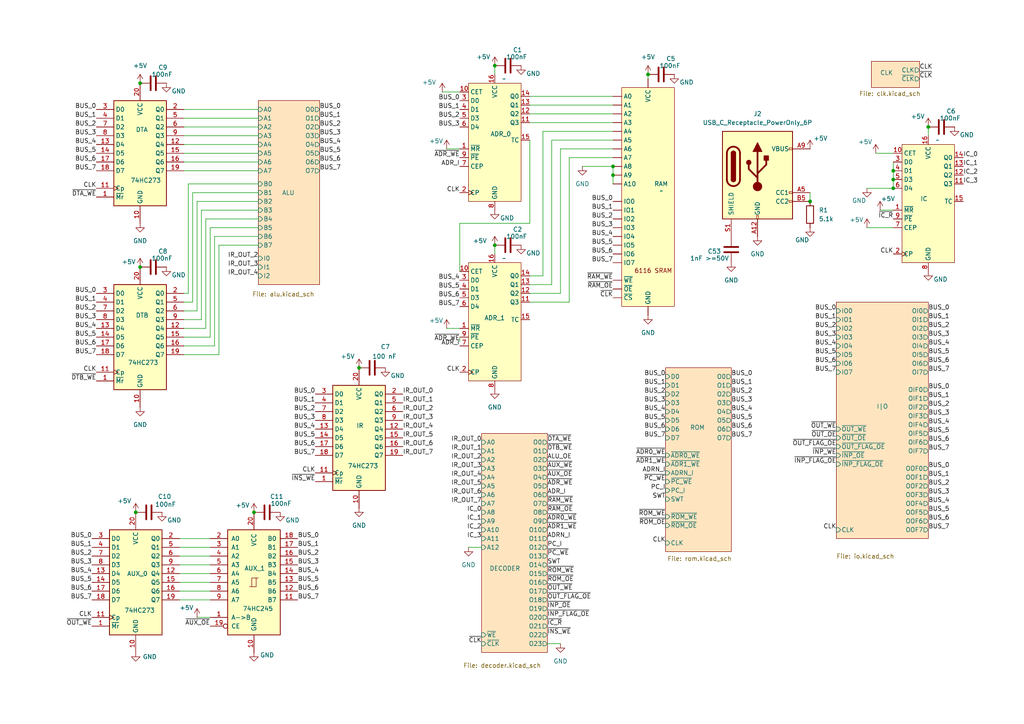
<source format=kicad_sch>
(kicad_sch (version 20250114) (generator "eeschema") (generator_version "9.0")
  (paper "A4")
  (title_block (title "8 bit CPU v2") (date "2025-09-14") (rev "1") (company "Sergio Miguéns Iglesias"))
  (lib_symbols
    (symbol "74xx:74HC245" (pin_names (offset 1.016))
      (property "Reference" "U" (at -7.62 16.51 0))
      (property "Value" "74HC245" (at -7.62 -16.51 0))
      (symbol "74HC245_1_0"
        (polyline (pts (xy -1.27 -1.27) (xy 0.635 -1.27) (xy 0.635 1.27) (xy 1.27 1.27)))
        (polyline (pts (xy -0.635 -1.27) (xy -0.635 1.27) (xy 0.635 1.27)))
        (pin tri_state line (at -12.7 12.7 0) (length 5.08) (name "A0") (number "2"))
        (pin tri_state line (at -12.7 10.16 0) (length 5.08) (name "A1") (number "3"))
        (pin tri_state line (at -12.7 7.62 0) (length 5.08) (name "A2") (number "4"))
        (pin tri_state line (at -12.7 5.08 0) (length 5.08) (name "A3") (number "5"))
        (pin tri_state line (at -12.7 2.54 0) (length 5.08) (name "A4") (number "6"))
        (pin tri_state line (at -12.7 0 0) (length 5.08) (name "A5") (number "7"))
        (pin tri_state line (at -12.7 -2.54 0) (length 5.08) (name "A6") (number "8"))
        (pin tri_state line (at -12.7 -5.08 0) (length 5.08) (name "A7") (number "9"))
        (pin input line (at -12.7 -10.16 0) (length 5.08) (name "A->B") (number "1"))
        (pin input inverted (at -12.7 -12.7 0) (length 5.08) (name "CE") (number "19"))
        (pin power_in line (at 0 20.32 270) (length 5.08) (name "VCC") (number "20"))
        (pin power_in line (at 0 -20.32 90) (length 5.08) (name "GND") (number "10"))
        (pin tri_state line (at 12.7 12.7 180) (length 5.08) (name "B0") (number "18"))
        (pin tri_state line (at 12.7 10.16 180) (length 5.08) (name "B1") (number "17"))
        (pin tri_state line (at 12.7 7.62 180) (length 5.08) (name "B2") (number "16"))
        (pin tri_state line (at 12.7 5.08 180) (length 5.08) (name "B3") (number "15"))
        (pin tri_state line (at 12.7 2.54 180) (length 5.08) (name "B4") (number "14"))
        (pin tri_state line (at 12.7 0 180) (length 5.08) (name "B5") (number "13"))
        (pin tri_state line (at 12.7 -2.54 180) (length 5.08) (name "B6") (number "12"))
        (pin tri_state line (at 12.7 -5.08 180) (length 5.08) (name "B7") (number "11"))
      )
      (symbol "74HC245_1_1"
        (rectangle (start -7.62 15.24) (end 7.62 -15.24) (stroke (width 0.254)) (fill (type background)))
      )
    )
    (symbol "74xx:74HC273"
      (property "Reference" "U" (at -7.62 16.51 0))
      (property "Value" "74HC273" (at -7.62 -16.51 0))
      (symbol "74HC273_1_0"
        (pin input line (at -12.7 12.7 0) (length 5.08) (name "D0") (number "3"))
        (pin input line (at -12.7 10.16 0) (length 5.08) (name "D1") (number "4"))
        (pin input line (at -12.7 7.62 0) (length 5.08) (name "D2") (number "7"))
        (pin input line (at -12.7 5.08 0) (length 5.08) (name "D3") (number "8"))
        (pin input line (at -12.7 2.54 0) (length 5.08) (name "D4") (number "13"))
        (pin input line (at -12.7 0 0) (length 5.08) (name "D5") (number "14"))
        (pin input line (at -12.7 -2.54 0) (length 5.08) (name "D6") (number "17"))
        (pin input line (at -12.7 -5.08 0) (length 5.08) (name "D7") (number "18"))
        (pin input clock (at -12.7 -10.16 0) (length 5.08) (name "Cp") (number "11"))
        (pin input line (at -12.7 -12.7 0) (length 5.08) (name "~{Mr}") (number "1"))
        (pin power_in line (at 0 20.32 270) (length 5.08) (name "VCC") (number "20"))
        (pin power_in line (at 0 -20.32 90) (length 5.08) (name "GND") (number "10"))
        (pin output line (at 12.7 12.7 180) (length 5.08) (name "Q0") (number "2"))
        (pin output line (at 12.7 10.16 180) (length 5.08) (name "Q1") (number "5"))
        (pin output line (at 12.7 7.62 180) (length 5.08) (name "Q2") (number "6"))
        (pin output line (at 12.7 5.08 180) (length 5.08) (name "Q3") (number "9"))
        (pin output line (at 12.7 2.54 180) (length 5.08) (name "Q4") (number "12"))
        (pin output line (at 12.7 0 180) (length 5.08) (name "Q5") (number "15"))
        (pin output line (at 12.7 -2.54 180) (length 5.08) (name "Q6") (number "16"))
        (pin output line (at 12.7 -5.08 180) (length 5.08) (name "Q7") (number "19"))
      )
      (symbol "74HC273_1_1"
        (rectangle (start -7.62 15.24) (end 7.62 -15.24) (stroke (width 0.254)) (fill (type background)))
      )
    )
    (symbol "Connector:USB_C_Receptacle_PowerOnly_6P" (pin_names (offset 1.016))
      (property "Reference" "J" (at 0 16.51 0))
      (property "Value" "USB_C_Receptacle_PowerOnly_6P" (at 0 13.97 0))
      (symbol "USB_C_Receptacle_PowerOnly_6P_0_0"
        (rectangle (start -0.254 -12.7) (end 0.254 -11.684))
        (rectangle (start 10.16 7.874) (end 9.144 7.366))
        (rectangle (start 10.16 -4.826) (end 9.144 -5.334))
        (rectangle (start 10.16 -7.366) (end 9.144 -7.874))
      )
      (symbol "USB_C_Receptacle_PowerOnly_6P_0_1"
        (rectangle (start -10.16 12.7) (end 10.16 -12.7) (stroke (width 0.254)) (fill (type background)))
        (polyline (pts (xy -8.89 -1.27) (xy -8.89 6.35)) (stroke (width 0.508)))
        (rectangle (start -7.62 -1.27) (end -6.35 6.35) (stroke (width 0.254)) (fill (type outline)))
        (arc (start -7.62 6.35) (mid -6.985 6.9823) (end -6.35 6.35) (stroke (width 0.254)))
        (arc (start -7.62 6.35) (mid -6.985 6.9823) (end -6.35 6.35) (stroke (width 0.254)) (fill (type outline)))
        (arc (start -8.89 6.35) (mid -6.985 8.2467) (end -5.08 6.35) (stroke (width 0.508)))
        (arc (start -5.08 -1.27) (mid -6.985 -3.1667) (end -8.89 -1.27) (stroke (width 0.508)))
        (arc (start -6.35 -1.27) (mid -6.985 -1.9023) (end -7.62 -1.27) (stroke (width 0.254)))
        (arc (start -6.35 -1.27) (mid -6.985 -1.9023) (end -7.62 -1.27) (stroke (width 0.254)) (fill (type outline)))
        (polyline (pts (xy -5.08 6.35) (xy -5.08 -1.27)) (stroke (width 0.508)))
        (circle (center -2.54 3.683) (radius 0.635) (stroke (width 0.254)) (fill (type outline)))
        (polyline (pts (xy -1.27 6.858) (xy 0 9.398) (xy 1.27 6.858) (xy -1.27 6.858)) (stroke (width 0.254)) (fill (type outline)))
        (polyline (pts (xy 0 0.508) (xy 2.54 3.048) (xy 2.54 4.318)) (stroke (width 0.508)))
        (polyline (pts (xy 0 -0.762) (xy -2.54 1.778) (xy -2.54 3.048)) (stroke (width 0.508)))
        (polyline (pts (xy 0 -3.302) (xy 0 6.858)) (stroke (width 0.508)))
        (circle (center 0 -3.302) (radius 1.27) (fill (type outline)))
        (rectangle (start 1.905 4.318) (end 3.175 5.588) (stroke (width 0.254)) (fill (type outline)))
      )
      (symbol "USB_C_Receptacle_PowerOnly_6P_1_1"
        (pin passive line (at -7.62 -17.78 90) (length 5.08) (name "SHIELD") (number "S1"))
        (pin passive line (at 0 -17.78 90) (length 5.08) (name "GND") (number "A12"))
        (pin passive line (at 0 -17.78 90) (length 5.08) (hide yes) (name "GND") (number "B12"))
        (pin passive line (at 15.24 7.62 180) (length 5.08) (name "VBUS") (number "A9"))
        (pin passive line (at 15.24 7.62 180) (length 5.08) (hide yes) (name "VBUS") (number "B9"))
        (pin bidirectional line (at 15.24 -5.08 180) (length 5.08) (name "CC1") (number "A5"))
        (pin bidirectional line (at 15.24 -7.62 180) (length 5.08) (name "CC2") (number "B5"))
      )
    )
    (symbol "Device:C" (pin_numbers (hide yes)) (pin_names (offset 0.254))
      (property "Reference" "C" (at 0.635 2.54 0))
      (property "Value" "C" (at 0.635 -2.54 0))
      (symbol "C_0_1"
        (polyline (pts (xy -2.032 0.762) (xy 2.032 0.762)) (stroke (width 0.508)))
        (polyline (pts (xy -2.032 -0.762) (xy 2.032 -0.762)) (stroke (width 0.508)))
      )
      (symbol "C_1_1"
        (pin passive line (at 0 3.81 270) (length 2.794) (name "~") (number "1"))
        (pin passive line (at 0 -3.81 90) (length 2.794) (name "~") (number "2"))
      )
    )
    (symbol "Device:R" (pin_numbers (hide yes)) (pin_names (offset 0))
      (property "Reference" "R" (at 2.032 0 90))
      (property "Value" "R" (at 0 0 90))
      (symbol "R_0_1"
        (rectangle (start -1.016 -2.54) (end 1.016 2.54) (stroke (width 0.254)))
      )
      (symbol "R_1_1"
        (pin passive line (at 0 3.81 270) (length 1.27) (name "~") (number "1"))
        (pin passive line (at 0 -3.81 90) (length 1.27) (name "~") (number "2"))
      )
    )
    (symbol "custom:6116"
      (property "Reference" "U" (at 0 0 0))
      (symbol "6116_1_1"
        (rectangle (start -7.62 31.75) (end 7.62 -31.75) (fill (type background)))
        (text "6116 SRAM" (at 1.524 -21.336 0) (effects (font (size 1.27 1.27))))
        (pin input line (at -10.16 29.21 0) (length 2.54) (name "A0") (number ""))
        (pin input line (at -10.16 26.67 0) (length 2.54) (name "A1") (number ""))
        (pin input line (at -10.16 24.13 0) (length 2.54) (name "A2") (number ""))
        (pin input line (at -10.16 21.59 0) (length 2.54) (name "A3") (number ""))
        (pin input line (at -10.16 19.05 0) (length 2.54) (name "A4") (number ""))
        (pin input line (at -10.16 16.51 0) (length 2.54) (name "A5") (number ""))
        (pin input line (at -10.16 13.97 0) (length 2.54) (name "A6") (number ""))
        (pin input line (at -10.16 11.43 0) (length 2.54) (name "A7") (number ""))
        (pin input line (at -10.16 8.89 0) (length 2.54) (name "A8") (number ""))
        (pin input line (at -10.16 6.35 0) (length 2.54) (name "A9") (number ""))
        (pin input line (at -10.16 3.81 0) (length 2.54) (name "A10") (number ""))
        (pin tri_state line (at -10.16 -1.27 0) (length 2.54) (name "IO0") (number ""))
        (pin tri_state line (at -10.16 -3.81 0) (length 2.54) (name "IO1") (number ""))
        (pin tri_state line (at -10.16 -6.35 0) (length 2.54) (name "IO2") (number ""))
        (pin tri_state line (at -10.16 -8.89 0) (length 2.54) (name "IO3") (number ""))
        (pin tri_state line (at -10.16 -11.43 0) (length 2.54) (name "IO4") (number ""))
        (pin tri_state line (at -10.16 -13.97 0) (length 2.54) (name "IO5") (number ""))
        (pin tri_state line (at -10.16 -16.51 0) (length 2.54) (name "IO6") (number ""))
        (pin tri_state line (at -10.16 -19.05 0) (length 2.54) (name "IO7") (number ""))
        (pin input line (at -10.16 -24.13 0) (length 2.54) (name "~{WE}") (number ""))
        (pin input line (at -10.16 -26.67 0) (length 2.54) (name "~{OE}") (number ""))
        (pin input line (at -10.16 -29.21 0) (length 2.54) (name "~{CS}") (number ""))
        (pin power_in line (at 0 34.29 270) (length 2.54) (name "VCC") (number ""))
        (pin power_in line (at 0 -34.29 90) (length 2.54) (name "GND") (number ""))
      )
    )
    (symbol "custom:74HC161"
      (property "Reference" "U" (at 0 0 0))
      (symbol "74HC161_1_1"
        (rectangle (start -7.62 16.51) (end 7.62 -17.78) (fill (type background)))
        (pin input line (at -10.16 13.97 0) (length 2.54) (name "CET") (number "10"))
        (pin input line (at -10.16 11.43 0) (length 2.54) (name "D0") (number "3"))
        (pin input line (at -10.16 8.89 0) (length 2.54) (name "D1") (number "4"))
        (pin input line (at -10.16 6.35 0) (length 2.54) (name "D3") (number "5"))
        (pin input line (at -10.16 3.81 0) (length 2.54) (name "D4") (number "6"))
        (pin input line (at -10.16 -2.54 0) (length 2.54) (name "~{MR}") (number "1"))
        (pin input line (at -10.16 -5.08 0) (length 2.54) (name "~{PE}") (number "9"))
        (pin input line (at -10.16 -7.62 0) (length 2.54) (name "CEP") (number "7"))
        (pin input clock (at -10.16 -15.24 0) (length 2.54) (name "CP") (number "2"))
        (pin power_in line (at 0 19.05 270) (length 2.54) (name "VCC") (number "16"))
        (pin power_in line (at 0 -20.32 90) (length 2.54) (name "GND") (number "8"))
        (pin output line (at 10.16 12.7 180) (length 2.54) (name "Q0") (number "14"))
        (pin output line (at 10.16 10.16 180) (length 2.54) (name "Q1") (number "13"))
        (pin output line (at 10.16 7.62 180) (length 2.54) (name "Q2") (number "12"))
        (pin output line (at 10.16 5.08 180) (length 2.54) (name "Q3") (number "11"))
        (pin output line (at 10.16 0 180) (length 2.54) (name "TC") (number "15"))
      )
    )
    (symbol "power:+5V" (power) (pin_numbers (hide yes)) (pin_names (offset 0) (hide yes))
      (property "Value" "+5V" (at 0 3.556 0))
      (symbol "+5V_0_1"
        (polyline (pts (xy -0.762 1.27) (xy 0 2.54)))
        (polyline (pts (xy 0 2.54) (xy 0.762 1.27)))
        (polyline (pts (xy 0 0) (xy 0 2.54)))
      )
      (symbol "+5V_1_1"
        (pin power_in line (at 0 0 90) (length 0) (name "~") (number "1"))
      )
    )
    (symbol "power:GND" (power) (pin_numbers (hide yes)) (pin_names (offset 0) (hide yes))
      (property "Value" "GND" (at 0 -3.81 0))
      (symbol "GND_0_1"
        (polyline (pts (xy 0 0) (xy 0 -1.27) (xy 1.27 -1.27) (xy 0 -2.54) (xy -1.27 -1.27) (xy 0 -1.27)))
      )
      (symbol "GND_1_1"
        (pin power_in line (at 0 0 270) (length 0) (name "~") (number "1"))
      )
    )
  )
  (junction (at 40.64 77.47))
  (junction (at 143.51 71.12))
  (junction (at 40.64 24.13))
  (junction (at 177.8 48.26))
  (junction (at 269.24 36.83))
  (junction (at 234.95 58.42))
  (junction (at 259.08 54.61))
  (junction (at 187.96 21.59))
  (junction (at 39.37 148.59))
  (junction (at 143.51 19.05))
  (junction (at 104.14 106.68))
  (junction (at 177.8 50.8))
  (junction (at 259.08 49.53))
  (junction (at 259.08 52.07))
  (junction (at 73.66 148.59))
  (wire (pts (xy 53.34 44.45) (xy 74.93 44.45)))
  (wire (pts (xy 153.67 40.64) (xy 153.67 64.77)))
  (wire (pts (xy 53.34 49.53) (xy 74.93 49.53)))
  (wire (pts (xy 234.95 55.88) (xy 234.95 58.42)))
  (wire (pts (xy 60.96 168.91) (xy 52.07 168.91)))
  (wire (pts (xy 153.67 64.77) (xy 133.35 64.77)))
  (wire (pts (xy 135.89 158.75) (xy 139.7 158.75)))
  (wire (pts (xy 133.35 43.18) (xy 129.54 43.18)))
  (wire (pts (xy 158.75 186.69) (xy 162.56 186.69)))
  (wire (pts (xy 63.5 102.87) (xy 63.5 71.12)))
  (wire (pts (xy 53.34 46.99) (xy 74.93 46.99)))
  (wire (pts (xy 133.35 97.79) (xy 133.35 99.06)))
  (wire (pts (xy 53.34 36.83) (xy 74.93 36.83)))
  (wire (pts (xy 57.15 90.17) (xy 57.15 58.42)))
  (wire (pts (xy 153.67 35.56) (xy 177.8 35.56)))
  (wire (pts (xy 54.61 85.09) (xy 54.61 53.34)))
  (wire (pts (xy 165.1 87.63) (xy 153.67 87.63)))
  (wire (pts (xy 177.8 48.26) (xy 177.8 50.8)))
  (wire (pts (xy 177.8 50.8) (xy 177.8 53.34)))
  (wire (pts (xy 60.96 173.99) (xy 52.07 173.99)))
  (wire (pts (xy 62.23 68.58) (xy 74.93 68.58)))
  (wire (pts (xy 53.34 102.87) (xy 63.5 102.87)))
  (wire (pts (xy 157.48 38.1) (xy 177.8 38.1)))
  (wire (pts (xy 59.69 95.25) (xy 59.69 63.5)))
  (wire (pts (xy 53.34 41.91) (xy 74.93 41.91)))
  (wire (pts (xy 60.96 66.04) (xy 74.93 66.04)))
  (wire (pts (xy 60.96 163.83) (xy 52.07 163.83)))
  (wire (pts (xy 177.8 45.72) (xy 165.1 45.72)))
  (wire (pts (xy 187.96 21.59) (xy 187.96 22.86)))
  (wire (pts (xy 57.15 179.07) (xy 60.96 179.07)))
  (wire (pts (xy 128.27 26.67) (xy 133.35 26.67)))
  (wire (pts (xy 251.46 66.04) (xy 259.08 66.04)))
  (wire (pts (xy 259.08 60.96) (xy 255.27 60.96)))
  (wire (pts (xy 58.42 60.96) (xy 74.93 60.96)))
  (wire (pts (xy 259.08 52.07) (xy 259.08 54.61)))
  (wire (pts (xy 153.67 27.94) (xy 177.8 27.94)))
  (wire (pts (xy 60.96 171.45) (xy 52.07 171.45)))
  (wire (pts (xy 53.34 34.29) (xy 74.93 34.29)))
  (wire (pts (xy 60.96 161.29) (xy 52.07 161.29)))
  (wire (pts (xy 143.51 71.12) (xy 143.51 73.66)))
  (wire (pts (xy 60.96 158.75) (xy 52.07 158.75)))
  (wire (pts (xy 60.96 97.79) (xy 60.96 66.04)))
  (wire (pts (xy 133.35 64.77) (xy 133.35 78.74)))
  (wire (pts (xy 58.42 92.71) (xy 58.42 60.96)))
  (wire (pts (xy 60.96 166.37) (xy 52.07 166.37)))
  (wire (pts (xy 160.02 82.55) (xy 153.67 82.55)))
  (wire (pts (xy 157.48 80.01) (xy 157.48 38.1)))
  (wire (pts (xy 62.23 100.33) (xy 62.23 68.58)))
  (wire (pts (xy 55.88 87.63) (xy 55.88 55.88)))
  (wire (pts (xy 53.34 31.75) (xy 74.93 31.75)))
  (wire (pts (xy 162.56 85.09) (xy 162.56 43.18)))
  (wire (pts (xy 59.69 63.5) (xy 74.93 63.5)))
  (wire (pts (xy 160.02 40.64) (xy 160.02 82.55)))
  (wire (pts (xy 57.15 58.42) (xy 74.93 58.42)))
  (wire (pts (xy 53.34 90.17) (xy 57.15 90.17)))
  (wire (pts (xy 60.96 156.21) (xy 52.07 156.21)))
  (wire (pts (xy 153.67 33.02) (xy 177.8 33.02)))
  (wire (pts (xy 259.08 49.53) (xy 259.08 52.07)))
  (wire (pts (xy 53.34 39.37) (xy 74.93 39.37)))
  (wire (pts (xy 269.24 36.83) (xy 269.24 39.37)))
  (wire (pts (xy 53.34 95.25) (xy 59.69 95.25)))
  (wire (pts (xy 153.67 80.01) (xy 157.48 80.01)))
  (wire (pts (xy 143.51 19.05) (xy 143.51 21.59)))
  (wire (pts (xy 259.08 46.99) (xy 259.08 49.53)))
  (wire (pts (xy 55.88 55.88) (xy 74.93 55.88)))
  (wire (pts (xy 153.67 30.48) (xy 177.8 30.48)))
  (wire (pts (xy 177.8 40.64) (xy 160.02 40.64)))
  (wire (pts (xy 254 44.45) (xy 259.08 44.45)))
  (wire (pts (xy 133.35 95.25) (xy 129.54 95.25)))
  (wire (pts (xy 53.34 92.71) (xy 58.42 92.71)))
  (wire (pts (xy 63.5 71.12) (xy 74.93 71.12)))
  (wire (pts (xy 153.67 85.09) (xy 162.56 85.09)))
  (wire (pts (xy 53.34 87.63) (xy 55.88 87.63)))
  (wire (pts (xy 53.34 97.79) (xy 60.96 97.79)))
  (wire (pts (xy 54.61 85.09) (xy 53.34 85.09)))
  (wire (pts (xy 162.56 43.18) (xy 177.8 43.18)))
  (wire (pts (xy 54.61 53.34) (xy 74.93 53.34)))
  (wire (pts (xy 177.8 48.26) (xy 168.91 48.26)))
  (wire (pts (xy 53.34 100.33) (xy 62.23 100.33)))
  (wire (pts (xy 251.46 54.61) (xy 259.08 54.61)))
  (wire (pts (xy 165.1 45.72) (xy 165.1 87.63)))
  (label "ADR_I" (at 158.75 143.51 0))
  (label "BUS_2" (at 91.44 119.38 180))
  (label "~{ADR_WE}" (at 133.35 45.72 180))
  (label "BUS_1" (at 269.24 92.71 0))
  (label "BUS_0" (at 86.36 156.21 0))
  (label "IR_OUT_3" (at 74.93 77.47 180))
  (label "IC_0" (at 139.7 148.59 180))
  (label "~{INP_OE}" (at 158.75 176.53 0))
  (label "IR_OUT_1" (at 139.7 130.81 180))
  (label "BUS_2" (at 177.8 63.5 180))
  (label "~{OUT_WE}" (at 26.67 181.61 180))
  (label "BUS_1" (at 269.24 115.57 0))
  (label "BUS_4" (at 27.94 41.91 180))
  (label "ADRN_I" (at 158.75 156.21 0))
  (label "~{IC_R}" (at 259.08 63.5 180))
  (label "BUS_0" (at 269.24 90.17 0))
  (label "BUS_7" (at 91.44 132.08 180))
  (label "BUS_4" (at 242.57 100.33 180))
  (label "BUS_6" (at 26.67 171.45 180))
  (label "BUS_5" (at 92.71 44.45 0))
  (label "~{ADR0_WE}" (at 158.75 151.13 0))
  (label "BUS_5" (at 269.24 148.59 0))
  (label "~{INP_WE}" (at 242.57 132.08 180))
  (label "IR_OUT_2" (at 74.93 74.93 180))
  (label "BUS_6" (at 92.71 46.99 0))
  (label "BUS_2" (at 86.36 161.29 0))
  (label "~{ADR_WE}" (at 158.75 140.97 0))
  (label "IC_1" (at 139.7 151.13 180))
  (label "BUS_6" (at 177.8 73.66 180))
  (label "BUS_0" (at 269.24 113.03 0))
  (label "BUS_4" (at 26.67 166.37 180))
  (label "IR_OUT_1" (at 116.84 116.84 0))
  (label "BUS_6" (at 27.94 100.33 180))
  (label "~{OUT_WE}" (at 242.57 124.46 180))
  (label "BUS_1" (at 133.35 31.75 180))
  (label "BUS_2" (at 242.57 95.25 180))
  (label "CLK" (at 27.94 107.95 180))
  (label "BUS_3" (at 212.09 116.84 0))
  (label "BUS_3" (at 91.44 121.92 180))
  (label "BUS_6" (at 212.09 124.46 0))
  (label "BUS_7" (at 193.04 127 180))
  (label "BUS_6" (at 242.57 105.41 180))
  (label "~{INS_WE}" (at 158.75 184.15 0))
  (label "BUS_5" (at 86.36 168.91 0))
  (label "~{AUX_OE}" (at 60.96 181.61 180))
  (label "IR_OUT_0" (at 139.7 128.27 180))
  (label "BUS_3" (at 269.24 143.51 0))
  (label "~{RAM_WE}" (at 177.8 81.28 180))
  (label "CLK" (at 26.67 179.07 180))
  (label "BUS_2" (at 269.24 140.97 0))
  (label "BUS_2" (at 212.09 114.3 0))
  (label "BUS_0" (at 133.35 29.21 180))
  (label "BUS_7" (at 269.24 107.95 0))
  (label "CLK" (at 91.44 137.16 180))
  (label "BUS_3" (at 92.71 39.37 0))
  (label "IR_OUT_5" (at 116.84 127 0))
  (label "CLK" (at 266.7 20.32 0))
  (label "BUS_5" (at 91.44 127 180))
  (label "BUS_3" (at 27.94 39.37 180))
  (label "ADR_I" (at 133.35 48.26 180))
  (label "BUS_1" (at 27.94 34.29 180))
  (label "ADRN_I" (at 193.04 137.16 180))
  (label "~{ADR1_WE}" (at 158.75 153.67 0))
  (label "BUS_1" (at 26.67 158.75 180))
  (label "~{ROM_WE}" (at 193.04 149.86 180))
  (label "BUS_3" (at 86.36 163.83 0))
  (label "BUS_2" (at 269.24 95.25 0))
  (label "BUS_6" (at 193.04 124.46 180))
  (label "SWT" (at 193.04 144.78 180))
  (label "BUS_2" (at 92.71 36.83 0))
  (label "CLK" (at 133.35 107.95 180))
  (label "BUS_0" (at 91.44 114.3 180))
  (label "IR_OUT_6" (at 116.84 129.54 0))
  (label "BUS_4" (at 269.24 146.05 0))
  (label "~{INP_FLAG_OE}" (at 242.57 134.62 180))
  (label "ALU_OE" (at 158.75 133.35 0))
  (label "BUS_7" (at 269.24 130.81 0))
  (label "BUS_3" (at 269.24 97.79 0))
  (label "BUS_7" (at 212.09 127 0))
  (label "SWT" (at 158.75 163.83 0))
  (label "IR_OUT_3" (at 139.7 135.89 180))
  (label "BUS_4" (at 269.24 123.19 0))
  (label "BUS_1" (at 269.24 138.43 0))
  (label "BUS_0" (at 26.67 156.21 180))
  (label "BUS_7" (at 27.94 49.53 180))
  (label "BUS_2" (at 193.04 114.3 180))
  (label "BUS_4" (at 27.94 95.25 180))
  (label "~{PC_WE}" (at 193.04 139.7 180))
  (label "BUS_0" (at 27.94 31.75 180))
  (label "PC_I" (at 193.04 142.24 180))
  (label "BUS_4" (at 86.36 166.37 0))
  (label "BUS_3" (at 177.8 66.04 180))
  (label "BUS_2" (at 27.94 36.83 180))
  (label "~{INS_WE}" (at 91.44 139.7 180))
  (label "~{PC_WE}" (at 158.75 161.29 0))
  (label "BUS_2" (at 269.24 118.11 0))
  (label "BUS_6" (at 133.35 86.36 180))
  (label "~{RAM_WE}" (at 158.75 146.05 0))
  (label "BUS_1" (at 27.94 87.63 180))
  (label "BUS_4" (at 91.44 124.46 180))
  (label "BUS_4" (at 193.04 119.38 180))
  (label "BUS_5" (at 269.24 102.87 0))
  (label "BUS_7" (at 27.94 102.87 180))
  (label "~{RAM_OE}" (at 158.75 148.59 0))
  (label "BUS_1" (at 242.57 92.71 180))
  (label "BUS_7" (at 269.24 153.67 0))
  (label "BUS_6" (at 91.44 129.54 180))
  (label "BUS_3" (at 27.94 92.71 180))
  (label "~{IC_R}" (at 158.75 181.61 0))
  (label "~{ADR1_WE}" (at 193.04 134.62 180))
  (label "BUS_1" (at 92.71 34.29 0))
  (label "BUS_1" (at 212.09 111.76 0))
  (label "CLK" (at 193.04 157.48 180))
  (label "BUS_6" (at 269.24 105.41 0))
  (label "BUS_6" (at 86.36 171.45 0))
  (label "~{ROM_WE}" (at 158.75 166.37 0))
  (label "~{CLK}" (at 177.8 86.36 180))
  (label "IC_1" (at 279.4 48.26 0))
  (label "BUS_1" (at 177.8 60.96 180))
  (label "BUS_4" (at 133.35 81.28 180))
  (label "BUS_2" (at 27.94 90.17 180))
  (label "BUS_7" (at 86.36 173.99 0))
  (label "ADR_I" (at 133.35 100.33 180))
  (label "BUS_7" (at 26.67 173.99 180))
  (label "~{OUT_WE}" (at 158.75 171.45 0))
  (label "~{INP_FLAG_OE}" (at 158.75 179.07 0))
  (label "~{CLK}" (at 139.7 186.69 180))
  (label "~{ROM_OE}" (at 158.75 168.91 0))
  (label "BUS_5" (at 212.09 121.92 0))
  (label "BUS_5" (at 133.35 83.82 180))
  (label "IR_OUT_7" (at 116.84 132.08 0))
  (label "~{DTB_WE}" (at 158.75 130.81 0))
  (label "~{CLK}" (at 266.7 22.86 0))
  (label "BUS_6" (at 269.24 151.13 0))
  (label "BUS_5" (at 242.57 102.87 180))
  (label "~{OUT_FLAG_OE}" (at 242.57 129.54 180))
  (label "BUS_5" (at 27.94 97.79 180))
  (label "CLK" (at 133.35 55.88 180))
  (label "BUS_3" (at 242.57 97.79 180))
  (label "~{RAM_OE}" (at 177.8 83.82 180))
  (label "BUS_3" (at 269.24 120.65 0))
  (label "~{DTB_WE}" (at 27.94 110.49 180))
  (label "CLK" (at 259.08 73.66 180))
  (label "~{OUT_OE}" (at 242.57 127 180))
  (label "~{DTA_WE}" (at 158.75 128.27 0))
  (label "BUS_0" (at 242.57 90.17 180))
  (label "BUS_1" (at 86.36 158.75 0))
  (label "BUS_3" (at 133.35 36.83 180))
  (label "IR_OUT_2" (at 139.7 133.35 180))
  (label "BUS_4" (at 212.09 119.38 0))
  (label "BUS_2" (at 26.67 161.29 180))
  (label "BUS_0" (at 193.04 109.22 180))
  (label "IR_OUT_4" (at 74.93 80.01 180))
  (label "BUS_0" (at 27.94 85.09 180))
  (label "BUS_2" (at 133.35 34.29 180))
  (label "CLK" (at 242.57 153.67 180))
  (label "IR_OUT_4" (at 139.7 138.43 180))
  (label "BUS_4" (at 92.71 41.91 0))
  (label "BUS_7" (at 133.35 88.9 180))
  (label "BUS_0" (at 92.71 31.75 0))
  (label "IR_OUT_2" (at 116.84 119.38 0))
  (label "BUS_4" (at 269.24 100.33 0))
  (label "~{AUX_WE}" (at 158.75 135.89 0))
  (label "BUS_3" (at 26.67 163.83 180))
  (label "BUS_1" (at 193.04 111.76 180))
  (label "IC_2" (at 139.7 153.67 180))
  (label "BUS_1" (at 91.44 116.84 180))
  (label "IR_OUT_6" (at 139.7 143.51 180))
  (label "~{ADR_WE}" (at 133.35 99.06 180))
  (label "BUS_3" (at 193.04 116.84 180))
  (label "BUS_7" (at 92.71 49.53 0))
  (label "BUS_0" (at 177.8 58.42 180))
  (label "BUS_6" (at 269.24 128.27 0))
  (label "PC_I" (at 158.75 158.75 0))
  (label "IR_OUT_4" (at 116.84 124.46 0))
  (label "~{ROM_OE}" (at 193.04 152.4 180))
  (label "BUS_5" (at 177.8 71.12 180))
  (label "BUS_7" (at 177.8 76.2 180))
  (label "~{AUX_OE}" (at 158.75 138.43 0))
  (label "BUS_5" (at 193.04 121.92 180))
  (label "CLK" (at 27.94 54.61 180))
  (label "IC_3" (at 139.7 156.21 180))
  (label "~{OUT_FLAG_OE}" (at 158.75 173.99 0))
  (label "BUS_0" (at 212.09 109.22 0))
  (label "IR_OUT_7" (at 139.7 146.05 180))
  (label "IR_OUT_3" (at 116.84 121.92 0))
  (label "IC_0" (at 279.4 45.72 0))
  (label "BUS_6" (at 27.94 46.99 180))
  (label "IR_OUT_0" (at 116.84 114.3 0))
  (label "IR_OUT_5" (at 139.7 140.97 180))
  (label "~{ADR0_WE}" (at 193.04 132.08 180))
  (label "BUS_7" (at 242.57 107.95 180))
  (label "IC_2" (at 279.4 50.8 0))
  (label "BUS_5" (at 26.67 168.91 180))
  (label "IC_3" (at 279.4 53.34 0))
  (label "BUS_4" (at 177.8 68.58 180))
  (label "BUS_0" (at 269.24 135.89 0))
  (label "~{DTA_WE}" (at 27.94 57.15 180))
  (label "BUS_5" (at 269.24 125.73 0))
  (label "BUS_5" (at 27.94 44.45 180))
  (symbol (lib_id "Device:C") (at 44.45 77.47 90) (unit 1)
    (property "Reference" "C8" (at 47.244 72.898 90))
    (property "Value" "100nF" (at 46.99 74.93 90))
    (property "Description" "Unpolarized capacitor" (effects (hide yes)))
  )
  (symbol (lib_id "power:GND") (at 73.66 189.23 0) (unit 1)
    (property "Reference" "#PWR0156" (effects (hide yes)))
    (property "Value" "GND" (at 77.47 189.992 0))
    (property "Description" "Power symbol creates a global label with name \"GND\" , ground" (effects (hide yes)))
  )
  (symbol (lib_id "Device:C") (at 107.95 106.68 90) (unit 1)
    (property "Reference" "C7" (at 111.76 100.584 90))
    (property "Value" "100 nF" (at 111.506 103.378 90))
    (property "Description" "Unpolarized capacitor" (effects (hide yes)))
  )
  (symbol (lib_id "power:GND") (at 48.26 24.13 0) (unit 1)
    (property "Reference" "#PWR0150" (effects (hide yes)))
    (property "Value" "GND" (at 51.816 26.416 0))
    (property "Description" "Power symbol creates a global label with name \"GND\" , ground" (effects (hide yes)))
  )
  (symbol (lib_id "power:+5V") (at 187.96 21.59 0) (unit 1)
    (property "Reference" "#PWR0115" (effects (hide yes)))
    (property "Value" "+5V" (at 187.96 16.51 0))
    (property "Description" "Power symbol creates a global label with name \"+5V\"" (effects (hide yes)))
  )
  (symbol (lib_id "power:GND") (at 151.13 71.12 0) (unit 1)
    (property "Reference" "#PWR018" (effects (hide yes)))
    (property "Value" "GND" (at 154.686 73.406 0))
    (property "Description" "Power symbol creates a global label with name \"GND\" , ground" (effects (hide yes)))
  )
  (symbol (lib_id "power:GND") (at 135.89 158.75 0) (unit 1)
    (property "Reference" "#PWR08" (effects (hide yes)))
    (property "Value" "GND" (at 135.89 163.83 0))
    (property "Description" "Power symbol creates a global label with name \"GND\" , ground" (effects (hide yes)))
  )
  (symbol (lib_id "power:GND") (at 168.91 48.26 0) (unit 1)
    (property "Reference" "#PWR0107" (effects (hide yes)))
    (property "Value" "GND" (at 168.91 53.34 0))
    (property "Description" "Power symbol creates a global label with name \"GND\" , ground" (effects (hide yes)))
  )
  (symbol (lib_id "power:GND") (at 111.76 106.68 0) (unit 1)
    (property "Reference" "#PWR0137" (effects (hide yes)))
    (property "Value" "GND" (at 115.316 108.966 0))
    (property "Description" "Power symbol creates a global label with name \"GND\" , ground" (effects (hide yes)))
  )
  (symbol (lib_id "power:+5V") (at 104.14 106.68 0) (unit 1)
    (property "Reference" "#PWR015" (effects (hide yes)))
    (property "Value" "+5V" (at 100.838 103.378 0))
    (property "Description" "Power symbol creates a global label with name \"+5V\"" (effects (hide yes)))
  )
  (symbol (lib_id "Device:C") (at 212.09 72.39 0) (unit 1)
    (property "Reference" "C53" (at 205.232 72.898 0) (effects (justify left)))
    (property "Value" "1nF >=50V" (at 200.152 74.93 0) (effects (justify left)))
    (property "Description" "Unpolarized capacitor" (effects (hide yes)))
  )
  (symbol (lib_id "Connector:USB_C_Receptacle_PowerOnly_6P") (at 219.71 50.8 0) (unit 1)
    (property "Reference" "J2" (at 219.71 33.02 0))
    (property "Value" "USB_C_Receptacle_PowerOnly_6P" (at 219.71 35.56 0))
    (property "Datasheet" "https://www.usb.org/sites/default/files/documents/usb_type-c.zip" (effects (hide yes)))
    (property "Description" "USB Power-Only 6P Type-C Receptacle connector" (effects (hide yes)))
  )
  (symbol (lib_id "custom:6116") (at 187.96 57.15 0) (unit 1)
    (property "Reference" "RAM" (at 189.738 53.34 0) (effects (justify left)))
    (property "Value" "~" (at 191.262 55.372 0) (effects (justify left)))
  )
  (symbol (lib_id "Device:R") (at 234.95 62.23 0) (unit 1)
    (property "Reference" "R1" (at 237.49 60.9599 0) (effects (justify left)))
    (property "Value" "5.1k" (at 237.49 63.4999 0) (effects (justify left)))
    (property "Description" "Resistor" (effects (hide yes)))
  )
  (symbol (lib_id "power:GND") (at 219.71 68.58 0) (unit 1)
    (property "Reference" "#PWR0192" (effects (hide yes)))
    (property "Value" "GND" (at 219.71 73.66 0))
    (property "Description" "Power symbol creates a global label with name \"GND\" , ground" (effects (hide yes)))
  )
  (symbol (lib_id "power:GND") (at 151.13 19.05 0) (unit 1)
    (property "Reference" "#PWR017" (effects (hide yes)))
    (property "Value" "GND" (at 154.686 21.336 0))
    (property "Description" "Power symbol creates a global label with name \"GND\" , ground" (effects (hide yes)))
  )
  (symbol (lib_id "74xx:74HC273") (at 40.64 44.45 0) (unit 1)
    (property "Reference" "DTA" (at 39.37 37.592 0) (effects (justify left)))
    (property "Value" "74HC273" (at 37.846 52.324 0) (effects (justify left)))
    (property "Footprint" "Package_DIP:DIP-20_W7.62mm" (effects (hide yes)))
    (property "Datasheet" "https://assets.nexperia.com/documents/data-sheet/74HC_HCT273.pdf" (effects (hide yes)))
    (property "Description" "8-bit D Flip-Flop, reset" (effects (hide yes)))
  )
  (symbol (lib_id "power:+5V") (at 57.15 179.07 0) (unit 1)
    (property "Reference" "#PWR0154" (effects (hide yes)))
    (property "Value" "+5V" (at 54.102 176.276 0))
    (property "Description" "Power symbol creates a global label with name \"+5V\"" (effects (hide yes)))
  )
  (symbol (lib_id "power:+5V") (at 129.54 95.25 0) (unit 1)
    (property "Reference" "#PWR0110" (effects (hide yes)))
    (property "Value" "+5V" (at 126.492 92.964 0))
    (property "Description" "Power symbol creates a global label with name \"+5V\"" (effects (hide yes)))
  )
  (symbol (lib_id "power:GND") (at 40.64 118.11 0) (unit 1)
    (property "Reference" "#PWR02" (effects (hide yes)))
    (property "Value" "GND" (at 40.64 123.19 0))
    (property "Description" "Power symbol creates a global label with name \"GND\" , ground" (effects (hide yes)))
  )
  (symbol (lib_id "power:+5V") (at 39.37 148.59 0) (unit 1)
    (property "Reference" "#PWR0151" (effects (hide yes)))
    (property "Value" "+5V" (at 36.068 145.288 0))
    (property "Description" "Power symbol creates a global label with name \"+5V\"" (effects (hide yes)))
  )
  (symbol (lib_id "power:GND") (at 39.37 189.23 0) (unit 1)
    (property "Reference" "#PWR0152" (effects (hide yes)))
    (property "Value" "GND" (at 43.434 190.5 0))
    (property "Description" "Power symbol creates a global label with name \"GND\" , ground" (effects (hide yes)))
  )
  (symbol (lib_id "Device:C") (at 43.18 148.59 90) (unit 1)
    (property "Reference" "C10" (at 47.752 144.018 90))
    (property "Value" "100nF" (at 48.006 146.304 90))
    (property "Description" "Unpolarized capacitor" (effects (hide yes)))
  )
  (symbol (lib_id "power:+5V") (at 254 44.45 0) (unit 1)
    (property "Reference" "#PWR0139" (effects (hide yes)))
    (property "Value" "+5V" (at 250.952 41.148 0))
    (property "Description" "Power symbol creates a global label with name \"+5V\"" (effects (hide yes)))
  )
  (symbol (lib_id "power:+5V") (at 129.54 43.18 0) (unit 1)
    (property "Reference" "#PWR0109" (effects (hide yes)))
    (property "Value" "+5V" (at 126.492 40.894 0))
    (property "Description" "Power symbol creates a global label with name \"+5V\"" (effects (hide yes)))
  )
  (symbol (lib_id "74xx:74HC245") (at 73.66 168.91 0) (unit 1)
    (property "Reference" "AUX_1" (at 70.866 164.846 0) (effects (justify left)))
    (property "Value" "74HC245" (at 70.358 176.53 0) (effects (justify left)))
    (property "Datasheet" "http://www.ti.com/lit/gpn/sn74HC245" (effects (hide yes)))
    (property "Description" "Octal BUS Transceivers, 3-State outputs" (effects (hide yes)))
  )
  (symbol (lib_id "Device:C") (at 77.47 148.59 90) (unit 1)
    (property "Reference" "C11" (at 80.264 144.018 90))
    (property "Value" "100nF" (at 81.534 146.05 90))
    (property "Description" "Unpolarized capacitor" (effects (hide yes)))
  )
  (symbol (lib_id "power:+5V") (at 269.24 36.83 0) (unit 1)
    (property "Reference" "#PWR0148" (effects (hide yes)))
    (property "Value" "+5V" (at 266.192 33.782 0))
    (property "Description" "Power symbol creates a global label with name \"+5V\"" (effects (hide yes)))
  )
  (symbol (lib_id "power:GND") (at 195.58 21.59 0) (unit 1)
    (property "Reference" "#PWR0133" (effects (hide yes)))
    (property "Value" "GND" (at 199.136 23.876 0))
    (property "Description" "Power symbol creates a global label with name \"GND\" , ground" (effects (hide yes)))
  )
  (symbol (lib_id "Device:C") (at 44.45 24.13 90) (unit 1)
    (property "Reference" "C9" (at 47.244 19.558 90))
    (property "Value" "100nF" (at 46.99 21.59 90))
    (property "Description" "Unpolarized capacitor" (effects (hide yes)))
  )
  (symbol (lib_id "power:GND") (at 143.51 113.03 0) (unit 1)
    (property "Reference" "#PWR0114" (effects (hide yes)))
    (property "Value" "GND" (at 143.51 118.11 0))
    (property "Description" "Power symbol creates a global label with name \"GND\" , ground" (effects (hide yes)))
  )
  (symbol (lib_id "power:GND") (at 40.64 64.77 0) (unit 1)
    (property "Reference" "#PWR01" (effects (hide yes)))
    (property "Value" "GND" (at 40.64 69.85 0))
    (property "Description" "Power symbol creates a global label with name \"GND\" , ground" (effects (hide yes)))
  )
  (symbol (lib_id "power:GND") (at 212.09 76.2 0) (unit 1)
    (property "Reference" "#PWR0191" (effects (hide yes)))
    (property "Value" "GND" (at 212.09 81.28 0))
    (property "Description" "Power symbol creates a global label with name \"GND\" , ground" (effects (hide yes)))
  )
  (symbol (lib_id "power:GND") (at 162.56 186.69 0) (unit 1)
    (property "Reference" "#PWR07" (effects (hide yes)))
    (property "Value" "GND" (at 162.56 191.77 0))
    (property "Description" "Power symbol creates a global label with name \"GND\" , ground" (effects (hide yes)))
  )
  (symbol (lib_id "power:GND") (at 143.51 60.96 0) (unit 1)
    (property "Reference" "#PWR0112" (effects (hide yes)))
    (property "Value" "GND" (at 147.066 63.246 0))
    (property "Description" "Power symbol creates a global label with name \"GND\" , ground" (effects (hide yes)))
  )
  (symbol (lib_id "power:GND") (at 48.26 77.47 0) (unit 1)
    (property "Reference" "#PWR0138" (effects (hide yes)))
    (property "Value" "GND" (at 51.816 79.756 0))
    (property "Description" "Power symbol creates a global label with name \"GND\" , ground" (effects (hide yes)))
  )
  (symbol (lib_id "power:+5V") (at 234.95 43.18 0) (unit 1)
    (property "Reference" "#PWR0194" (effects (hide yes)))
    (property "Value" "+5V" (at 237.998 40.132 0))
    (property "Description" "Power symbol creates a global label with name \"+5V\"" (effects (hide yes)))
  )
  (symbol (lib_id "power:GND") (at 81.28 148.59 0) (unit 1)
    (property "Reference" "#PWR0157" (effects (hide yes)))
    (property "Value" "GND" (at 84.836 150.876 0))
    (property "Description" "Power symbol creates a global label with name \"GND\" , ground" (effects (hide yes)))
  )
  (symbol (lib_id "power:+5V") (at 73.66 148.59 0) (unit 1)
    (property "Reference" "#PWR0155" (effects (hide yes)))
    (property "Value" "+5V" (at 70.358 146.558 0))
    (property "Description" "Power symbol creates a global label with name \"+5V\"" (effects (hide yes)))
  )
  (symbol (lib_id "custom:74HC161") (at 143.51 40.64 0) (unit 1)
    (property "Reference" "ADR_0" (at 142.24 38.862 0) (effects (justify left)))
    (property "Value" "~" (at 145.6533 22.86 0) (effects (justify left)))
  )
  (symbol (lib_id "custom:74HC161") (at 269.24 58.42 0) (unit 1)
    (property "Reference" "IC" (at 266.954 57.658 0) (effects (justify left)))
    (property "Value" "~" (at 271.3833 40.64 0) (effects (justify left)))
  )
  (symbol (lib_id "Device:C") (at 273.05 36.83 90) (unit 1)
    (property "Reference" "C6" (at 275.844 32.258 90))
    (property "Value" "100nF" (at 275.59 34.29 90))
    (property "Description" "Unpolarized capacitor" (effects (hide yes)))
  )
  (symbol (lib_id "power:+5V") (at 251.46 66.04 0) (unit 1)
    (property "Reference" "#PWR0136" (effects (hide yes)))
    (property "Value" "+5V" (at 248.412 63.754 0))
    (property "Description" "Power symbol creates a global label with name \"+5V\"" (effects (hide yes)))
  )
  (symbol (lib_id "power:GND") (at 187.96 91.44 0) (unit 1)
    (property "Reference" "#PWR0116" (effects (hide yes)))
    (property "Value" "GND" (at 187.96 96.52 0))
    (property "Description" "Power symbol creates a global label with name \"GND\" , ground" (effects (hide yes)))
  )
  (symbol (lib_id "power:GND") (at 104.14 147.32 0) (unit 1)
    (property "Reference" "#PWR019" (effects (hide yes)))
    (property "Value" "GND" (at 104.14 152.4 0))
    (property "Description" "Power symbol creates a global label with name \"GND\" , ground" (effects (hide yes)))
  )
  (symbol (lib_id "power:+5V") (at 128.27 26.67 0) (unit 1)
    (property "Reference" "#PWR0108" (effects (hide yes)))
    (property "Value" "+5V" (at 124.46 23.876 0))
    (property "Description" "Power symbol creates a global label with name \"+5V\"" (effects (hide yes)))
  )
  (symbol (lib_id "74xx:74HC273") (at 39.37 168.91 0) (unit 1)
    (property "Reference" "AUX_0" (at 36.83 166.37 0) (effects (justify left)))
    (property "Value" "74HC273" (at 36.068 177.038 0) (effects (justify left)))
    (property "Footprint" "Package_DIP:DIP-20_W7.62mm" (effects (hide yes)))
    (property "Datasheet" "https://assets.nexperia.com/documents/data-sheet/74HC_HCT273.pdf" (effects (hide yes)))
    (property "Description" "8-bit D Flip-Flop, reset" (effects (hide yes)))
  )
  (symbol (lib_id "power:GND") (at 46.99 148.59 0) (unit 1)
    (property "Reference" "#PWR0153" (effects (hide yes)))
    (property "Value" "GND" (at 50.546 150.876 0))
    (property "Description" "Power symbol creates a global label with name \"GND\" , ground" (effects (hide yes)))
  )
  (symbol (lib_id "power:+5V") (at 40.64 24.13 0) (unit 1)
    (property "Reference" "#PWR04" (effects (hide yes)))
    (property "Value" "+5V" (at 40.64 19.05 0))
    (property "Description" "Power symbol creates a global label with name \"+5V\"" (effects (hide yes)))
  )
  (symbol (lib_id "power:+5V") (at 143.51 19.05 0) (unit 1)
    (property "Reference" "#PWR0111" (effects (hide yes)))
    (property "Value" "+5V" (at 140.208 16.51 0))
    (property "Description" "Power symbol creates a global label with name \"+5V\"" (effects (hide yes)))
  )
  (symbol (lib_id "power:GND") (at 234.95 66.04 0) (unit 1)
    (property "Reference" "#PWR0193" (effects (hide yes)))
    (property "Value" "GND" (at 232.664 69.596 0))
    (property "Description" "Power symbol creates a global label with name \"GND\" , ground" (effects (hide yes)))
  )
  (symbol (lib_id "power:+5V") (at 143.51 71.12 0) (unit 1)
    (property "Reference" "#PWR0113" (effects (hide yes)))
    (property "Value" "+5V" (at 139.192 69.85 0))
    (property "Description" "Power symbol creates a global label with name \"+5V\"" (effects (hide yes)))
  )
  (symbol (lib_id "74xx:74HC273") (at 104.14 127 0) (unit 1)
    (property "Reference" "IR" (at 103.378 123.444 0) (effects (justify left)))
    (property "Value" "74HC273" (at 100.838 135.128 0) (effects (justify left)))
    (property "Footprint" "Package_DIP:DIP-20_W7.62mm" (effects (hide yes)))
    (property "Datasheet" "https://assets.nexperia.com/documents/data-sheet/74HC_HCT273.pdf" (effects (hide yes)))
    (property "Description" "8-bit D Flip-Flop, reset" (effects (hide yes)))
  )
  (symbol (lib_id "Device:C") (at 147.32 71.12 90) (unit 1)
    (property "Reference" "C2" (at 150.114 66.548 90))
    (property "Value" "100nF" (at 149.86 68.58 90))
    (property "Description" "Unpolarized capacitor" (effects (hide yes)))
  )
  (symbol (lib_id "power:+5V") (at 40.64 77.47 0) (unit 1)
    (property "Reference" "#PWR03" (effects (hide yes)))
    (property "Value" "+5V" (at 37.338 75.946 0))
    (property "Description" "Power symbol creates a global label with name \"+5V\"" (effects (hide yes)))
  )
  (symbol (lib_id "power:+5V") (at 255.27 60.96 0) (unit 1)
    (property "Reference" "#PWR0147" (effects (hide yes)))
    (property "Value" "+5V" (at 257.556 57.658 0))
    (property "Description" "Power symbol creates a global label with name \"+5V\"" (effects (hide yes)))
  )
  (symbol (lib_id "power:GND") (at 269.24 78.74 0) (unit 1)
    (property "Reference" "#PWR0149" (effects (hide yes)))
    (property "Value" "GND" (at 272.796 81.026 0))
    (property "Description" "Power symbol creates a global label with name \"GND\" , ground" (effects (hide yes)))
  )
  (symbol (lib_id "74xx:74HC273") (at 40.64 97.79 0) (unit 1)
    (property "Reference" "DTB" (at 39.37 91.44 0) (effects (justify left)))
    (property "Value" "74HC273" (at 37.084 105.156 0) (effects (justify left)))
    (property "Footprint" "Package_DIP:DIP-20_W7.62mm" (effects (hide yes)))
    (property "Datasheet" "https://assets.nexperia.com/documents/data-sheet/74HC_HCT273.pdf" (effects (hide yes)))
    (property "Description" "8-bit D Flip-Flop, reset" (effects (hide yes)))
  )
  (symbol (lib_id "custom:74HC161") (at 143.51 92.71 0) (unit 1)
    (property "Reference" "ADR_1" (at 140.462 92.202 0) (effects (justify left)))
    (property "Value" "~" (at 145.6533 74.93 0) (effects (justify left)))
  )
  (symbol (lib_id "power:GND") (at 276.86 36.83 0) (unit 1)
    (property "Reference" "#PWR0134" (effects (hide yes)))
    (property "Value" "GND" (at 280.416 39.116 0))
    (property "Description" "Power symbol creates a global label with name \"GND\" , ground" (effects (hide yes)))
  )
  (symbol (lib_id "power:GND") (at 251.46 54.61 0) (unit 1)
    (property "Reference" "#PWR0135" (effects (hide yes)))
    (property "Value" "GND" (at 249.174 58.166 0))
    (property "Description" "Power symbol creates a global label with name \"GND\" , ground" (effects (hide yes)))
  )
  (symbol (lib_id "Device:C") (at 147.32 19.05 90) (unit 1)
    (property "Reference" "C1" (at 150.114 14.478 90))
    (property "Value" "100nF" (at 149.86 16.51 90))
    (property "Description" "Unpolarized capacitor" (effects (hide yes)))
  )
  (symbol (lib_id "Device:C") (at 191.77 21.59 90) (unit 1)
    (property "Reference" "C5" (at 194.564 17.018 90))
    (property "Value" "100nF" (at 194.31 19.05 90))
    (property "Description" "Unpolarized capacitor" (effects (hide yes)))
  )
  (sheet (at 242.57 87.63) (size 26.67 68.58) (stroke (width 0.1524)) (fill (color 255 229 191 1.0000))
    (property "Sheetname" "I|O" (at 254.254 118.618 0) (effects (justify left bottom)))
    (property "Sheetfile" "io.kicad_sch" (at 242.57 160.6046 0) (effects (justify left top)))
    (pin "CLK" input (at 242.57 153.67 180))
    (pin "IO0" input (at 242.57 90.17 180))
    (pin "IO1" input (at 242.57 92.71 180))
    (pin "IO2" input (at 242.57 95.25 180))
    (pin "IO3" input (at 242.57 97.79 180))
    (pin "IO4" input (at 242.57 100.33 180))
    (pin "IO5" input (at 242.57 102.87 180))
    (pin "IO6" input (at 242.57 105.41 180))
    (pin "IO7" input (at 242.57 107.95 180))
    (pin "OI0" output (at 269.24 90.17 0))
    (pin "OI1" output (at 269.24 92.71 0))
    (pin "OI2" output (at 269.24 95.25 0))
    (pin "OI3" output (at 269.24 97.79 0))
    (pin "OI4" output (at 269.24 100.33 0))
    (pin "OI5" output (at 269.24 102.87 0))
    (pin "OI6" output (at 269.24 105.41 0))
    (pin "OI7" output (at 269.24 107.95 0))
    (pin "OIF0" output (at 269.24 113.03 0))
    (pin "OIF1" output (at 269.24 115.57 0))
    (pin "OIF2" output (at 269.24 118.11 0))
    (pin "OIF3" output (at 269.24 120.65 0))
    (pin "OIF4" output (at 269.24 123.19 0))
    (pin "OIF5" output (at 269.24 125.73 0))
    (pin "OIF6" output (at 269.24 128.27 0))
    (pin "OIF7" output (at 269.24 130.81 0))
    (pin "OOF0" output (at 269.24 135.89 0))
    (pin "OOF1" output (at 269.24 138.43 0))
    (pin "OOF2" output (at 269.24 140.97 0))
    (pin "OOF3" output (at 269.24 143.51 0))
    (pin "OOF4" output (at 269.24 146.05 0))
    (pin "OOF5" output (at 269.24 148.59 0))
    (pin "OOF6" output (at 269.24 151.13 0))
    (pin "OOF7" output (at 269.24 153.67 0))
    (pin "~{INP_FLAG_OE}" input (at 242.57 134.62 180))
    (pin "~{INP_OE}" input (at 242.57 132.08 180))
    (pin "~{OUT_FLAG_OE}" input (at 242.57 129.54 180))
    (pin "~{OUT_OE}" input (at 242.57 127 180))
    (pin "~{OUT_WE}" input (at 242.57 124.46 180))
  )
  (sheet (at 252.73 17.78) (size 13.97 7.62) (stroke (width 0.1524)) (fill (color 255 229 191 1.0000))
    (property "Sheetname" "CLK" (at 255.27 21.844 0) (effects (justify left bottom)))
    (property "Sheetfile" "clk.kicad_sch" (at 249.174 26.416 0) (effects (justify left top)))
    (pin "CLK" output (at 266.7 20.32 0))
    (pin "~{CLK}" output (at 266.7 22.86 0))
  )
  (sheet (at 74.93 29.21) (size 17.78 53.34) (stroke (width 0.1524)) (fill (color 255 229 191 1.0000))
    (property "Sheetname" "ALU" (at 81.788 56.642 0) (effects (justify left bottom)))
    (property "Sheetfile" "alu.kicad_sch" (at 73.152 84.582 0) (effects (justify left top)))
    (pin "A0" input (at 74.93 31.75 180))
    (pin "A1" input (at 74.93 34.29 180))
    (pin "A2" input (at 74.93 36.83 180))
    (pin "A3" input (at 74.93 39.37 180))
    (pin "A4" input (at 74.93 41.91 180))
    (pin "A5" input (at 74.93 44.45 180))
    (pin "A6" input (at 74.93 46.99 180))
    (pin "A7" input (at 74.93 49.53 180))
    (pin "B0" input (at 74.93 53.34 180))
    (pin "B1" input (at 74.93 55.88 180))
    (pin "B2" input (at 74.93 58.42 180))
    (pin "B3" input (at 74.93 60.96 180))
    (pin "B4" input (at 74.93 63.5 180))
    (pin "B5" input (at 74.93 66.04 180))
    (pin "B6" input (at 74.93 68.58 180))
    (pin "B7" input (at 74.93 71.12 180))
    (pin "I0" input (at 74.93 74.93 180))
    (pin "I1" input (at 74.93 77.47 180))
    (pin "I2" input (at 74.93 80.01 180))
    (pin "O0" output (at 92.71 31.75 0))
    (pin "O1" output (at 92.71 34.29 0))
    (pin "O2" output (at 92.71 36.83 0))
    (pin "O3" output (at 92.71 39.37 0))
    (pin "O4" output (at 92.71 41.91 0))
    (pin "O5" output (at 92.71 44.45 0))
    (pin "O6" output (at 92.71 46.99 0))
    (pin "O7" output (at 92.71 49.53 0))
  )
  (sheet (at 139.7 125.73) (size 19.05 63.5) (stroke (width 0.1524)) (fill (color 255 229 191 1.0000))
    (property "Sheetname" "DECODER" (at 141.986 165.608 0) (effects (justify left bottom)))
    (property "Sheetfile" "decoder.kicad_sch" (at 134.366 192.278 0) (effects (justify left top)))
    (pin "A0" input (at 139.7 128.27 180))
    (pin "A1" input (at 139.7 130.81 180))
    (pin "A2" input (at 139.7 133.35 180))
    (pin "A3" input (at 139.7 135.89 180))
    (pin "A4" input (at 139.7 138.43 180))
    (pin "A5" input (at 139.7 140.97 180))
    (pin "A6" input (at 139.7 143.51 180))
    (pin "A7" input (at 139.7 146.05 180))
    (pin "A8" input (at 139.7 148.59 180))
    (pin "A9" input (at 139.7 151.13 180))
    (pin "A10" input (at 139.7 153.67 180))
    (pin "A11" input (at 139.7 156.21 180))
    (pin "A12" input (at 139.7 158.75 180))
    (pin "O0" output (at 158.75 128.27 0))
    (pin "O1" output (at 158.75 130.81 0))
    (pin "O2" output (at 158.75 133.35 0))
    (pin "O3" output (at 158.75 135.89 0))
    (pin "O4" output (at 158.75 138.43 0))
    (pin "O5" output (at 158.75 140.97 0))
    (pin "O6" output (at 158.75 143.51 0))
    (pin "O7" output (at 158.75 146.05 0))
    (pin "O8" output (at 158.75 148.59 0))
    (pin "O9" output (at 158.75 151.13 0))
    (pin "O10" output (at 158.75 153.67 0))
    (pin "O11" output (at 158.75 156.21 0))
    (pin "O12" output (at 158.75 158.75 0))
    (pin "O13" output (at 158.75 161.29 0))
    (pin "O14" output (at 158.75 163.83 0))
    (pin "O15" output (at 158.75 166.37 0))
    (pin "O16" output (at 158.75 168.91 0))
    (pin "O17" output (at 158.75 171.45 0))
    (pin "O18" output (at 158.75 173.99 0))
    (pin "O19" output (at 158.75 176.53 0))
    (pin "O20" output (at 158.75 179.07 0))
    (pin "O21" output (at 158.75 181.61 0))
    (pin "O22" output (at 158.75 184.15 0))
    (pin "O23" output (at 158.75 186.69 0))
    (pin "~{CLK}" input (at 139.7 186.69 180))
    (pin "~{WE}" input (at 139.7 184.15 180))
  )
  (sheet (at 193.04 106.68) (size 19.05 53.34) (stroke (width 0.1524)) (fill (color 255 229 191 1.0000))
    (property "Sheetname" "ROM" (at 200.152 124.714 0) (effects (justify left bottom)))
    (property "Sheetfile" "rom.kicad_sch" (at 193.548 161.29 0) (effects (justify left top)))
    (pin "ADRN_I" input (at 193.04 137.16 180))
    (pin "CLK" input (at 193.04 157.48 180))
    (pin "D0" input (at 193.04 109.22 180))
    (pin "D1" input (at 193.04 111.76 180))
    (pin "D2" input (at 193.04 114.3 180))
    (pin "D3" input (at 193.04 116.84 180))
    (pin "D4" input (at 193.04 119.38 180))
    (pin "D5" input (at 193.04 121.92 180))
    (pin "D6" input (at 193.04 124.46 180))
    (pin "D7" input (at 193.04 127 180))
    (pin "O0" output (at 212.09 109.22 0))
    (pin "O1" output (at 212.09 111.76 0))
    (pin "O2" output (at 212.09 114.3 0))
    (pin "O3" output (at 212.09 116.84 0))
    (pin "O4" output (at 212.09 119.38 0))
    (pin "O5" output (at 212.09 121.92 0))
    (pin "O6" output (at 212.09 124.46 0))
    (pin "O7" output (at 212.09 127 0))
    (pin "PC_I" input (at 193.04 142.24 180))
    (pin "SWT" input (at 193.04 144.78 180))
    (pin "~{ADR0_WE}" input (at 193.04 132.08 180))
    (pin "~{ADR1_WE}" input (at 193.04 134.62 180))
    (pin "~{PC_WE}" input (at 193.04 139.7 180))
    (pin "~{ROM_OE}" input (at 193.04 152.4 180))
    (pin "~{ROM_WE}" input (at 193.04 149.86 180))
  )
)
</source>
